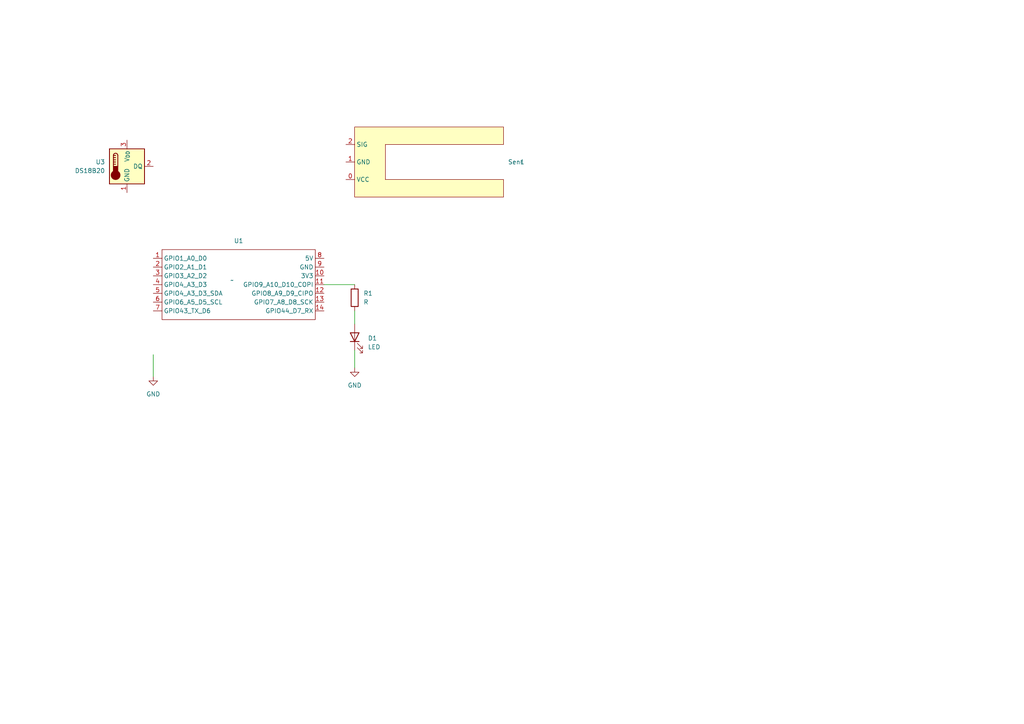
<source format=kicad_sch>
(kicad_sch (version 20230121) (generator eeschema)
  (paper "A4")
  (lib_symbols
    (symbol "Device:LED" (pin_numbers hide) (pin_names (offset 1.016) hide)
      (property "Reference" "D" (at 0 2.54 0))
      (property "Value" "LED" (at 0 -2.54 0))
      (symbol "LED_0_1"
        (polyline (pts (xy -1.27 -1.27) (xy -1.27 1.27)) (stroke (width 0.254)))
        (polyline (pts (xy -1.27 0) (xy 1.27 0)))
        (polyline (pts (xy 1.27 -1.27) (xy 1.27 1.27) (xy -1.27 0) (xy 1.27 -1.27)) (stroke (width 0.254)))
        (polyline (pts (xy -3.048 -0.762) (xy -4.572 -2.286) (xy -3.81 -2.286) (xy -4.572 -2.286) (xy -4.572 -1.524)))
        (polyline (pts (xy -1.778 -0.762) (xy -3.302 -2.286) (xy -2.54 -2.286) (xy -3.302 -2.286) (xy -3.302 -1.524)))
      )
      (symbol "LED_1_1"
        (pin passive line (at -3.81 0 0) (length 2.54) (name "K") (number "1"))
        (pin passive line (at 3.81 0 180) (length 2.54) (name "A") (number "2"))
      )
    )
    (symbol "Device:R" (pin_numbers hide) (pin_names (offset 0))
      (property "Reference" "R" (at 2.032 0 90))
      (property "Value" "R" (at 0 0 90))
      (symbol "R_0_1"
        (rectangle (start -1.016 -2.54) (end 1.016 2.54) (stroke (width 0.254)))
      )
      (symbol "R_1_1"
        (pin passive line (at 0 3.81 270) (length 1.27) (name "~") (number "1"))
        (pin passive line (at 0 -3.81 90) (length 1.27) (name "~") (number "2"))
      )
    )
    (symbol "Official XIAO ESP:XIAO_ESP32_SENSE"
      (property "Reference" "U" (at 0 0 0))
      (symbol "XIAO_ESP32_SENSE_0_1"
        (polyline (pts (xy -20.32 8.89) (xy -20.32 -11.43) (xy 24.13 -11.43) (xy 24.13 8.89) (xy -20.32 8.89)))
      )
      (symbol "XIAO_ESP32_SENSE_1_1"
        (pin bidirectional line (at -22.86 6.35 0) (length 2.54) (name "GPIO1_A0_D0") (number "1"))
        (pin bidirectional line (at 26.67 1.27 180) (length 2.54) (name "3V3") (number "10"))
        (pin bidirectional line (at 26.67 -1.27 180) (length 2.54) (name "GPIO9_A10_D10_COPI") (number "11"))
        (pin bidirectional line (at 26.67 -3.81 180) (length 2.54) (name "GPIO8_A9_D9_CIPO") (number "12"))
        (pin bidirectional line (at 26.67 -6.35 180) (length 2.54) (name "GPIO7_A8_D8_SCK") (number "13"))
        (pin bidirectional line (at 26.67 -8.89 180) (length 2.54) (name "GPIO44_D7_RX") (number "14"))
        (pin bidirectional line (at -22.86 3.81 0) (length 2.54) (name "GPIO2_A1_D1") (number "2"))
        (pin bidirectional line (at -22.86 1.27 0) (length 2.54) (name "GPIO3_A2_D2") (number "3"))
        (pin bidirectional line (at -22.86 -1.27 0) (length 2.54) (name "GPIO4_A3_D3") (number "4"))
        (pin bidirectional line (at -22.86 -3.81 0) (length 2.54) (name "GPIO4_A3_D3_SDA") (number "5"))
        (pin bidirectional line (at -22.86 -6.35 0) (length 2.54) (name "GPIO6_A5_D5_SCL") (number "6"))
        (pin bidirectional line (at -22.86 -8.89 0) (length 2.54) (name "GPIO43_TX_D6") (number "7"))
        (pin bidirectional line (at 26.67 6.35 180) (length 2.54) (name "5V") (number "8"))
        (pin bidirectional line (at 26.67 3.81 180) (length 2.54) (name "GND") (number "9"))
      )
    )
    (symbol "Sensor_Temperature:DS18B20"
      (property "Reference" "U" (at -3.81 6.35 0))
      (property "Value" "DS18B20" (at 6.35 6.35 0))
      (symbol "DS18B20_0_1"
        (rectangle (start -5.08 5.08) (end 5.08 -5.08) (stroke (width 0.254)) (fill (type background)))
        (circle (center -3.302 -2.54) (radius 1.27) (stroke (width 0.254)) (fill (type outline)))
        (rectangle (start -2.667 -1.905) (end -3.937 0) (stroke (width 0.254)) (fill (type outline)))
        (arc (start -2.667 3.175) (mid -3.302 3.8073) (end -3.937 3.175) (stroke (width 0.254)))
        (polyline (pts (xy -3.937 0.635) (xy -3.302 0.635)) (stroke (width 0.254)))
        (polyline (pts (xy -3.937 1.27) (xy -3.302 1.27)) (stroke (width 0.254)))
        (polyline (pts (xy -3.937 1.905) (xy -3.302 1.905)) (stroke (width 0.254)))
        (polyline (pts (xy -3.937 2.54) (xy -3.302 2.54)) (stroke (width 0.254)))
        (polyline (pts (xy -3.937 3.175) (xy -3.937 0)) (stroke (width 0.254)))
        (polyline (pts (xy -3.937 3.175) (xy -3.302 3.175)) (stroke (width 0.254)))
        (polyline (pts (xy -2.667 3.175) (xy -2.667 0)) (stroke (width 0.254)))
      )
      (symbol "DS18B20_1_1"
        (pin power_in line (at 0 -7.62 90) (length 2.54) (name "GND") (number "1"))
        (pin bidirectional line (at 7.62 0 180) (length 2.54) (name "DQ") (number "2"))
        (pin power_in line (at 0 7.62 270) (length 2.54) (name "V_{DD}") (number "3"))
      )
    )
    (symbol "power:GND" (power) (pin_names (offset 0))
      (property "Value" "GND" (at 0 -3.81 0))
      (symbol "GND_0_1"
        (polyline (pts (xy 0 0) (xy 0 -1.27) (xy 1.27 -1.27) (xy 0 -2.54) (xy -1.27 -1.27) (xy 0 -1.27)))
      )
      (symbol "GND_1_1"
        (pin power_in line (at 0 0 270) (length 0) hide (name "GND") (number "1"))
      )
    )
    (symbol "sen13322 SparkFun Soil Moisture Sensor:Sen13322"
      (property "Reference" "Sen13322" (at 0 2.54 0))
      (symbol "Sen13322_1_1"
        (polyline (pts (xy -10.16 48.26) (xy 10.16 48.26) (xy 10.16 5.08) (xy 5.08 5.08) (xy 5.08 39.37) (xy -5.08 39.37) (xy -5.08 5.08) (xy -10.16 5.08) (xy -10.16 48.26) (xy -10.16 48.26)) (fill (type background)))
        (pin power_in line (at -5.08 50.8 270) (length 2.54) (name "VCC") (number "0"))
        (pin power_in line (at 0 50.8 270) (length 2.54) (name "GND") (number "1"))
        (pin bidirectional line (at 5.08 50.8 270) (length 2.54) (name "SIG") (number "2"))
      )
    )
  )
  (wire (pts (xy 102.87 101.6) (xy 102.87 106.68)))
  (wire (pts (xy 102.87 90.17) (xy 102.87 93.98)))
  (wire (pts (xy 93.98 82.55) (xy 102.87 82.55)))
  (wire (pts (xy 44.45 102.87) (xy 44.45 109.22)))
  (symbol (lib_id "Device:LED") (at 102.87 97.79 90) (unit 1)
    (property "Reference" "D1" (at 106.68 98.1075 90) (effects (justify right)))
    (property "Value" "LED" (at 106.68 100.6475 90) (effects (justify right)))
    (property "Footprint" "LED_SMD:LED_0603_1608Metric_Pad1.05x0.95mm_HandSolder" (effects hide))
  )
  (symbol (lib_id "Official XIAO ESP:XIAO_ESP32_SENSE") (at 67.31 81.28 0) (unit 1)
    (property "Reference" "U1" (at 69.215 69.85 0))
    (property "Value" "~" (at 67.31 81.28 0))
  )
  (symbol (lib_id "Device:R") (at 102.87 86.36 0) (unit 1)
    (property "Reference" "R1" (at 105.41 85.09 0) (effects (justify left)))
    (property "Value" "R" (at 105.41 87.63 0) (effects (justify left)))
  )
  (symbol (lib_id "power:GND") (at 102.87 106.68 0) (unit 1)
    (property "Reference" "#PWR01" (effects hide))
    (property "Value" "GND" (at 102.87 111.76 0))
  )
  (symbol (lib_id "power:GND") (at 44.45 109.22 0) (unit 1)
    (property "Reference" "#PWR02" (effects hide))
    (property "Value" "GND" (at 44.45 114.3 0))
  )
  (symbol (lib_id "Sensor_Temperature:DS18B20") (at 36.83 48.26 0) (unit 1)
    (property "Reference" "U3" (at 30.48 46.99 0) (effects (justify right)))
    (property "Value" "DS18B20" (at 30.48 49.53 0) (effects (justify right)))
    (property "Footprint" "Package_TO_SOT_THT:TO-92_Inline" (effects hide))
    (property "Datasheet" "http://datasheets.maximintegrated.com/en/ds/DS18B20.pdf" (effects hide))
  )
  (symbol (lib_id "sen13322 SparkFun Soil Moisture Sensor:Sen13322") (at 151.13 46.99 90) (unit 1)
    (property "Reference" "Sen1" (at 147.32 46.99 90) (effects (justify right)))
    (property "Value" "~" (at 151.13 46.99 0))
  )
)
</source>
